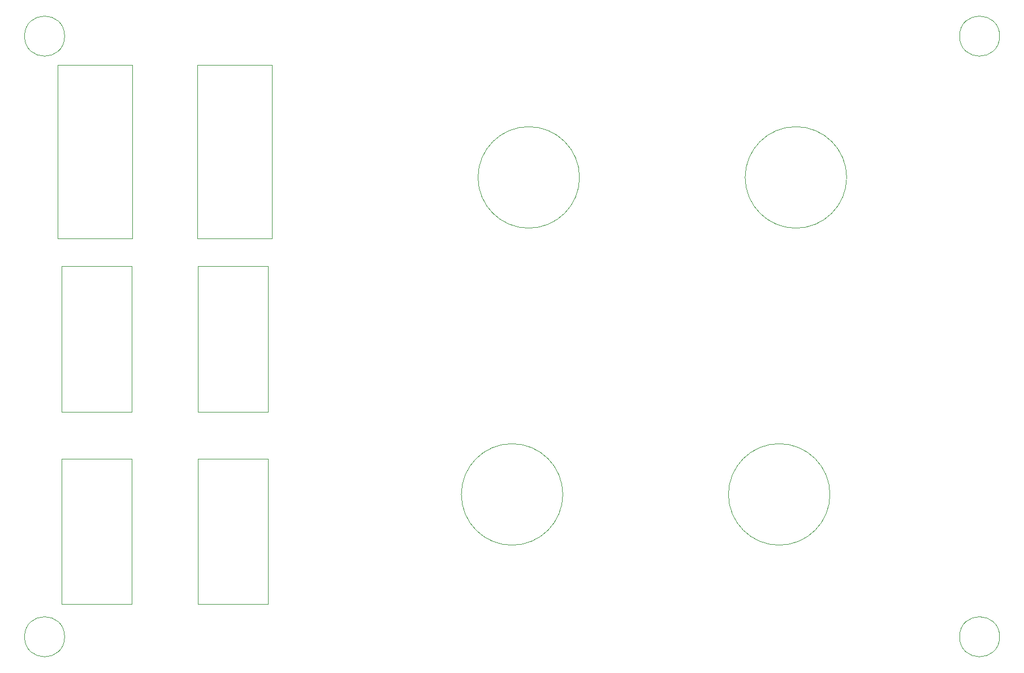
<source format=gbr>
G04 #@! TF.GenerationSoftware,KiCad,Pcbnew,(5.0.1)-3*
G04 #@! TF.CreationDate,2019-09-13T18:10:52+02:00*
G04 #@! TF.ProjectId,discovery,646973636F766572792E6B696361645F,rev?*
G04 #@! TF.SameCoordinates,PX4c4b360PY85843d4*
G04 #@! TF.FileFunction,Other,User*
%FSLAX46Y46*%
G04 Gerber Fmt 4.6, Leading zero omitted, Abs format (unit mm)*
G04 Created by KiCad (PCBNEW (5.0.1)-3) date 13/09/2019 18:10:52*
%MOMM*%
%LPD*%
G01*
G04 APERTURE LIST*
%ADD10C,0.100000*%
%ADD11C,0.050000*%
G04 APERTURE END LIST*
D10*
G04 #@! TO.C,J1*
X1950160Y59702260D02*
X13100160Y59702260D01*
X13100160Y59702260D02*
X13100160Y85702260D01*
X13100160Y85702260D02*
X1950160Y85702260D01*
X1950160Y85702260D02*
X1950160Y59702260D01*
G04 #@! TO.C,J2*
X2550160Y26669660D02*
X2550160Y4869660D01*
X13050160Y26669660D02*
X2550160Y26669660D01*
X13050160Y4869660D02*
X13050160Y26669660D01*
X2550160Y4869660D02*
X13050160Y4869660D01*
G04 #@! TO.C,J3*
X34050160Y59702260D02*
X34050160Y85702260D01*
X22900160Y59702260D02*
X34050160Y59702260D01*
X22900160Y85702260D02*
X22900160Y59702260D01*
X34050160Y85702260D02*
X22900160Y85702260D01*
G04 #@! TO.C,J4*
X2550160Y33702260D02*
X13050160Y33702260D01*
X13050160Y33702260D02*
X13050160Y55502260D01*
X13050160Y55502260D02*
X2550160Y55502260D01*
X2550160Y55502260D02*
X2550160Y33702260D01*
G04 #@! TO.C,J5*
X33450160Y33702260D02*
X33450160Y55502260D01*
X22950160Y33702260D02*
X33450160Y33702260D01*
X22950160Y55502260D02*
X22950160Y33702260D01*
X33450160Y55502260D02*
X22950160Y55502260D01*
G04 #@! TO.C,J6*
X33450160Y26669660D02*
X22950160Y26669660D01*
X22950160Y26669660D02*
X22950160Y4869660D01*
X22950160Y4869660D02*
X33450160Y4869660D01*
X33450160Y4869660D02*
X33450160Y26669660D01*
D11*
G04 #@! TO.C,W1*
X143000160Y2260D02*
G75*
G03X143000160Y2260I-3000000J0D01*
G01*
G04 #@! TO.C,W2*
X3000160Y90002260D02*
G75*
G03X3000160Y90002260I-3000000J0D01*
G01*
G04 #@! TO.C,W3*
X143000160Y90002260D02*
G75*
G03X143000160Y90002260I-3000000J0D01*
G01*
G04 #@! TO.C,W4*
X3000160Y2260D02*
G75*
G03X3000160Y2260I-3000000J0D01*
G01*
D10*
G04 #@! TO.C,W5*
X80100160Y68832260D02*
G75*
G03X80100160Y68832260I-7600000J0D01*
G01*
G04 #@! TO.C,W6*
X120100160Y68832260D02*
G75*
G03X120100160Y68832260I-7600000J0D01*
G01*
G04 #@! TO.C,W11*
X77600160Y21332260D02*
G75*
G03X77600160Y21332260I-7600000J0D01*
G01*
G04 #@! TO.C,W12*
X117600160Y21332260D02*
G75*
G03X117600160Y21332260I-7600000J0D01*
G01*
G04 #@! TD*
M02*

</source>
